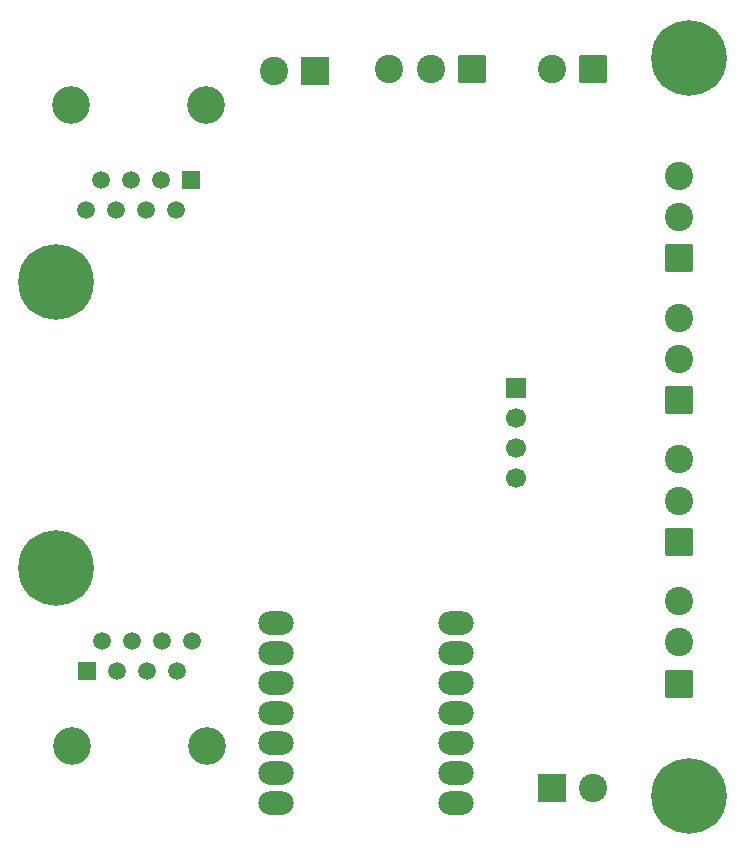
<source format=gbr>
%TF.GenerationSoftware,KiCad,Pcbnew,9.0.1*%
%TF.CreationDate,2025-04-25T16:38:00-04:00*%
%TF.ProjectId,pcb,7063622e-6b69-4636-9164-5f7063625858,1.0*%
%TF.SameCoordinates,Original*%
%TF.FileFunction,Soldermask,Bot*%
%TF.FilePolarity,Negative*%
%FSLAX46Y46*%
G04 Gerber Fmt 4.6, Leading zero omitted, Abs format (unit mm)*
G04 Created by KiCad (PCBNEW 9.0.1) date 2025-04-25 16:38:00*
%MOMM*%
%LPD*%
G01*
G04 APERTURE LIST*
G04 Aperture macros list*
%AMRoundRect*
0 Rectangle with rounded corners*
0 $1 Rounding radius*
0 $2 $3 $4 $5 $6 $7 $8 $9 X,Y pos of 4 corners*
0 Add a 4 corners polygon primitive as box body*
4,1,4,$2,$3,$4,$5,$6,$7,$8,$9,$2,$3,0*
0 Add four circle primitives for the rounded corners*
1,1,$1+$1,$2,$3*
1,1,$1+$1,$4,$5*
1,1,$1+$1,$6,$7*
1,1,$1+$1,$8,$9*
0 Add four rect primitives between the rounded corners*
20,1,$1+$1,$2,$3,$4,$5,0*
20,1,$1+$1,$4,$5,$6,$7,0*
20,1,$1+$1,$6,$7,$8,$9,0*
20,1,$1+$1,$8,$9,$2,$3,0*%
G04 Aperture macros list end*
%ADD10C,2.400000*%
%ADD11RoundRect,0.250001X0.949999X-0.949999X0.949999X0.949999X-0.949999X0.949999X-0.949999X-0.949999X0*%
%ADD12C,6.400000*%
%ADD13C,1.500000*%
%ADD14R,1.500000X1.500000*%
%ADD15C,3.200000*%
%ADD16R,1.700000X1.700000*%
%ADD17C,1.700000*%
%ADD18RoundRect,0.250001X0.949999X0.949999X-0.949999X0.949999X-0.949999X-0.949999X0.949999X-0.949999X0*%
%ADD19O,3.000000X2.000000*%
%ADD20R,2.400000X2.400000*%
G04 APERTURE END LIST*
D10*
%TO.C,J7*%
X136250000Y-113500000D03*
X136250000Y-117000000D03*
D11*
X136250000Y-120500000D03*
%TD*%
%TO.C,J2*%
X136250000Y-132500000D03*
D10*
X136250000Y-129000000D03*
X136250000Y-125500000D03*
%TD*%
D12*
%TO.C,H1*%
X137175000Y-79500000D03*
%TD*%
%TO.C,H2*%
X137174996Y-142000000D03*
%TD*%
D13*
%TO.C,J4*%
X86067500Y-92390000D03*
X87337500Y-89850000D03*
X88607500Y-92390000D03*
X89877500Y-89850000D03*
X91147500Y-92390000D03*
X92417500Y-89850000D03*
X93687500Y-92390000D03*
D14*
X94957500Y-89850000D03*
D15*
X84797500Y-83500000D03*
X96227500Y-83500000D03*
%TD*%
D16*
%TO.C,J11*%
X122525000Y-107450000D03*
D17*
X122525000Y-109990000D03*
X122525000Y-112530000D03*
X122525000Y-115070000D03*
%TD*%
D18*
%TO.C,J10*%
X118750000Y-80500000D03*
D10*
X115250000Y-80500000D03*
X111750000Y-80500000D03*
%TD*%
D11*
%TO.C,J9*%
X136250000Y-96500000D03*
D10*
X136250000Y-93000000D03*
X136250000Y-89500000D03*
%TD*%
D11*
%TO.C,J8*%
X136250000Y-108500000D03*
D10*
X136250000Y-105000000D03*
X136250000Y-101500000D03*
%TD*%
D18*
%TO.C,J6*%
X129000000Y-80500000D03*
D10*
X125500000Y-80500000D03*
%TD*%
D19*
%TO.C,U8*%
X117415000Y-142620000D03*
X117415000Y-140080000D03*
X117415000Y-137540000D03*
X117415000Y-135000000D03*
X117415000Y-132460000D03*
X117415000Y-129920000D03*
X117415000Y-127380000D03*
X102175000Y-127380000D03*
X102175000Y-129920000D03*
X102175000Y-132460000D03*
X102175000Y-135000000D03*
X102175000Y-137540000D03*
X102175000Y-140080000D03*
X102175000Y-142620000D03*
%TD*%
D15*
%TO.C,J3*%
X84905000Y-137750000D03*
X96335000Y-137750000D03*
D14*
X86175000Y-131400000D03*
D13*
X87445000Y-128860000D03*
X88715000Y-131400000D03*
X89985000Y-128860000D03*
X91255000Y-131400000D03*
X92525000Y-128860000D03*
X93795000Y-131400000D03*
X95065000Y-128860000D03*
%TD*%
D12*
%TO.C,H4*%
X83500000Y-98500000D03*
%TD*%
D20*
%TO.C,J5*%
X125500000Y-141375000D03*
D10*
X129000000Y-141375000D03*
%TD*%
D20*
%TO.C,J1*%
X105500000Y-80617500D03*
D10*
X102000000Y-80617500D03*
%TD*%
D12*
%TO.C,H3*%
X83500000Y-122750000D03*
%TD*%
M02*

</source>
